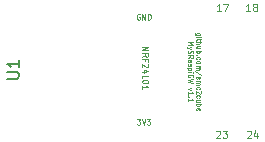
<source format=gto>
G04 #@! TF.FileFunction,Legend,Top*
%FSLAX46Y46*%
G04 Gerber Fmt 4.6, Leading zero omitted, Abs format (unit mm)*
G04 Created by KiCad (PCBNEW 4.0.4-stable) date Monday 13 March 2017 'à' 21:29:09*
%MOMM*%
%LPD*%
G01*
G04 APERTURE LIST*
%ADD10C,0.100000*%
%ADD11C,0.112500*%
%ADD12C,0.125000*%
%ADD13C,0.150000*%
G04 APERTURE END LIST*
D10*
D11*
X54242858Y-44253571D02*
X54521429Y-44253571D01*
X54371429Y-44425000D01*
X54435715Y-44425000D01*
X54478572Y-44446429D01*
X54500001Y-44467857D01*
X54521429Y-44510714D01*
X54521429Y-44617857D01*
X54500001Y-44660714D01*
X54478572Y-44682143D01*
X54435715Y-44703571D01*
X54307143Y-44703571D01*
X54264286Y-44682143D01*
X54242858Y-44660714D01*
X54650000Y-44253571D02*
X54800000Y-44703571D01*
X54950000Y-44253571D01*
X55057143Y-44253571D02*
X55335714Y-44253571D01*
X55185714Y-44425000D01*
X55250000Y-44425000D01*
X55292857Y-44446429D01*
X55314286Y-44467857D01*
X55335714Y-44510714D01*
X55335714Y-44617857D01*
X55314286Y-44660714D01*
X55292857Y-44682143D01*
X55250000Y-44703571D01*
X55121428Y-44703571D01*
X55078571Y-44682143D01*
X55057143Y-44660714D01*
X54457143Y-35375000D02*
X54414286Y-35353571D01*
X54350000Y-35353571D01*
X54285715Y-35375000D01*
X54242857Y-35417857D01*
X54221429Y-35460714D01*
X54200000Y-35546429D01*
X54200000Y-35610714D01*
X54221429Y-35696429D01*
X54242857Y-35739286D01*
X54285715Y-35782143D01*
X54350000Y-35803571D01*
X54392857Y-35803571D01*
X54457143Y-35782143D01*
X54478572Y-35760714D01*
X54478572Y-35610714D01*
X54392857Y-35610714D01*
X54671429Y-35803571D02*
X54671429Y-35353571D01*
X54928572Y-35803571D01*
X54928572Y-35353571D01*
X55142858Y-35803571D02*
X55142858Y-35353571D01*
X55250001Y-35353571D01*
X55314286Y-35375000D01*
X55357144Y-35417857D01*
X55378572Y-35460714D01*
X55400001Y-35546429D01*
X55400001Y-35610714D01*
X55378572Y-35696429D01*
X55357144Y-35739286D01*
X55314286Y-35782143D01*
X55250001Y-35803571D01*
X55142858Y-35803571D01*
D12*
X54673810Y-38138097D02*
X55173810Y-38138097D01*
X54673810Y-38423811D01*
X55173810Y-38423811D01*
X54673810Y-38947621D02*
X54911905Y-38780954D01*
X54673810Y-38661907D02*
X55173810Y-38661907D01*
X55173810Y-38852383D01*
X55150000Y-38900002D01*
X55126190Y-38923811D01*
X55078571Y-38947621D01*
X55007143Y-38947621D01*
X54959524Y-38923811D01*
X54935714Y-38900002D01*
X54911905Y-38852383D01*
X54911905Y-38661907D01*
X54935714Y-39328573D02*
X54935714Y-39161907D01*
X54673810Y-39161907D02*
X55173810Y-39161907D01*
X55173810Y-39400002D01*
X55126190Y-39566668D02*
X55150000Y-39590478D01*
X55173810Y-39638097D01*
X55173810Y-39757144D01*
X55150000Y-39804763D01*
X55126190Y-39828573D01*
X55078571Y-39852382D01*
X55030952Y-39852382D01*
X54959524Y-39828573D01*
X54673810Y-39542859D01*
X54673810Y-39852382D01*
X55007143Y-40280953D02*
X54673810Y-40280953D01*
X55197619Y-40161906D02*
X54840476Y-40042858D01*
X54840476Y-40352382D01*
X54673810Y-40780953D02*
X54673810Y-40542858D01*
X55173810Y-40542858D01*
X55173810Y-41042858D02*
X55173810Y-41090477D01*
X55150000Y-41138096D01*
X55126190Y-41161905D01*
X55078571Y-41185715D01*
X54983333Y-41209524D01*
X54864286Y-41209524D01*
X54769048Y-41185715D01*
X54721429Y-41161905D01*
X54697619Y-41138096D01*
X54673810Y-41090477D01*
X54673810Y-41042858D01*
X54697619Y-40995239D01*
X54721429Y-40971429D01*
X54769048Y-40947620D01*
X54864286Y-40923810D01*
X54983333Y-40923810D01*
X55078571Y-40947620D01*
X55126190Y-40971429D01*
X55150000Y-40995239D01*
X55173810Y-41042858D01*
X54673810Y-41685714D02*
X54673810Y-41400000D01*
X54673810Y-41542857D02*
X55173810Y-41542857D01*
X55102381Y-41495238D01*
X55054762Y-41447619D01*
X55030952Y-41400000D01*
D10*
X59535714Y-37104763D02*
X59211905Y-37104763D01*
X59173810Y-37085715D01*
X59154762Y-37066667D01*
X59135714Y-37028572D01*
X59135714Y-36971429D01*
X59154762Y-36933334D01*
X59288095Y-37104763D02*
X59269048Y-37066667D01*
X59269048Y-36990477D01*
X59288095Y-36952382D01*
X59307143Y-36933334D01*
X59345238Y-36914286D01*
X59459524Y-36914286D01*
X59497619Y-36933334D01*
X59516667Y-36952382D01*
X59535714Y-36990477D01*
X59535714Y-37066667D01*
X59516667Y-37104763D01*
X59269048Y-37295239D02*
X59535714Y-37295239D01*
X59669048Y-37295239D02*
X59650000Y-37276191D01*
X59630952Y-37295239D01*
X59650000Y-37314287D01*
X59669048Y-37295239D01*
X59630952Y-37295239D01*
X59535714Y-37428572D02*
X59535714Y-37580953D01*
X59669048Y-37485715D02*
X59326190Y-37485715D01*
X59288095Y-37504763D01*
X59269048Y-37542858D01*
X59269048Y-37580953D01*
X59269048Y-37714286D02*
X59669048Y-37714286D01*
X59269048Y-37885715D02*
X59478571Y-37885715D01*
X59516667Y-37866667D01*
X59535714Y-37828572D01*
X59535714Y-37771429D01*
X59516667Y-37733334D01*
X59497619Y-37714286D01*
X59535714Y-38247620D02*
X59269048Y-38247620D01*
X59535714Y-38076191D02*
X59326190Y-38076191D01*
X59288095Y-38095239D01*
X59269048Y-38133334D01*
X59269048Y-38190477D01*
X59288095Y-38228572D01*
X59307143Y-38247620D01*
X59269048Y-38438096D02*
X59669048Y-38438096D01*
X59516667Y-38438096D02*
X59535714Y-38476191D01*
X59535714Y-38552382D01*
X59516667Y-38590477D01*
X59497619Y-38609525D01*
X59459524Y-38628572D01*
X59345238Y-38628572D01*
X59307143Y-38609525D01*
X59288095Y-38590477D01*
X59269048Y-38552382D01*
X59269048Y-38476191D01*
X59288095Y-38438096D01*
X59307143Y-38800001D02*
X59288095Y-38819049D01*
X59269048Y-38800001D01*
X59288095Y-38780953D01*
X59307143Y-38800001D01*
X59269048Y-38800001D01*
X59288095Y-39161906D02*
X59269048Y-39123810D01*
X59269048Y-39047620D01*
X59288095Y-39009525D01*
X59307143Y-38990477D01*
X59345238Y-38971429D01*
X59459524Y-38971429D01*
X59497619Y-38990477D01*
X59516667Y-39009525D01*
X59535714Y-39047620D01*
X59535714Y-39123810D01*
X59516667Y-39161906D01*
X59269048Y-39390477D02*
X59288095Y-39352382D01*
X59307143Y-39333334D01*
X59345238Y-39314286D01*
X59459524Y-39314286D01*
X59497619Y-39333334D01*
X59516667Y-39352382D01*
X59535714Y-39390477D01*
X59535714Y-39447620D01*
X59516667Y-39485715D01*
X59497619Y-39504763D01*
X59459524Y-39523810D01*
X59345238Y-39523810D01*
X59307143Y-39504763D01*
X59288095Y-39485715D01*
X59269048Y-39447620D01*
X59269048Y-39390477D01*
X59269048Y-39695239D02*
X59535714Y-39695239D01*
X59497619Y-39695239D02*
X59516667Y-39714287D01*
X59535714Y-39752382D01*
X59535714Y-39809525D01*
X59516667Y-39847620D01*
X59478571Y-39866668D01*
X59269048Y-39866668D01*
X59478571Y-39866668D02*
X59516667Y-39885715D01*
X59535714Y-39923811D01*
X59535714Y-39980953D01*
X59516667Y-40019049D01*
X59478571Y-40038096D01*
X59269048Y-40038096D01*
X59688095Y-40514286D02*
X59173810Y-40171429D01*
X59288095Y-40800001D02*
X59269048Y-40761906D01*
X59269048Y-40685715D01*
X59288095Y-40647620D01*
X59326190Y-40628572D01*
X59478571Y-40628572D01*
X59516667Y-40647620D01*
X59535714Y-40685715D01*
X59535714Y-40761906D01*
X59516667Y-40800001D01*
X59478571Y-40819049D01*
X59440476Y-40819049D01*
X59402381Y-40628572D01*
X59269048Y-40990477D02*
X59535714Y-40990477D01*
X59497619Y-40990477D02*
X59516667Y-41009525D01*
X59535714Y-41047620D01*
X59535714Y-41104763D01*
X59516667Y-41142858D01*
X59478571Y-41161906D01*
X59269048Y-41161906D01*
X59478571Y-41161906D02*
X59516667Y-41180953D01*
X59535714Y-41219049D01*
X59535714Y-41276191D01*
X59516667Y-41314287D01*
X59478571Y-41333334D01*
X59269048Y-41333334D01*
X59288095Y-41695239D02*
X59269048Y-41657143D01*
X59269048Y-41580953D01*
X59288095Y-41542858D01*
X59307143Y-41523810D01*
X59345238Y-41504762D01*
X59459524Y-41504762D01*
X59497619Y-41523810D01*
X59516667Y-41542858D01*
X59535714Y-41580953D01*
X59535714Y-41657143D01*
X59516667Y-41695239D01*
X59630952Y-41847619D02*
X59650000Y-41866667D01*
X59669048Y-41904762D01*
X59669048Y-42000000D01*
X59650000Y-42038096D01*
X59630952Y-42057143D01*
X59592857Y-42076191D01*
X59554762Y-42076191D01*
X59497619Y-42057143D01*
X59269048Y-41828572D01*
X59269048Y-42076191D01*
X59288095Y-42419048D02*
X59269048Y-42380952D01*
X59269048Y-42304762D01*
X59288095Y-42266667D01*
X59307143Y-42247619D01*
X59345238Y-42228571D01*
X59459524Y-42228571D01*
X59497619Y-42247619D01*
X59516667Y-42266667D01*
X59535714Y-42304762D01*
X59535714Y-42380952D01*
X59516667Y-42419048D01*
X59535714Y-42761905D02*
X59269048Y-42761905D01*
X59535714Y-42590476D02*
X59326190Y-42590476D01*
X59288095Y-42609524D01*
X59269048Y-42647619D01*
X59269048Y-42704762D01*
X59288095Y-42742857D01*
X59307143Y-42761905D01*
X59269048Y-42952381D02*
X59669048Y-42952381D01*
X59516667Y-42952381D02*
X59535714Y-42990476D01*
X59535714Y-43066667D01*
X59516667Y-43104762D01*
X59497619Y-43123810D01*
X59459524Y-43142857D01*
X59345238Y-43142857D01*
X59307143Y-43123810D01*
X59288095Y-43104762D01*
X59269048Y-43066667D01*
X59269048Y-42990476D01*
X59288095Y-42952381D01*
X59288095Y-43466667D02*
X59269048Y-43428572D01*
X59269048Y-43352381D01*
X59288095Y-43314286D01*
X59326190Y-43295238D01*
X59478571Y-43295238D01*
X59516667Y-43314286D01*
X59535714Y-43352381D01*
X59535714Y-43428572D01*
X59516667Y-43466667D01*
X59478571Y-43485715D01*
X59440476Y-43485715D01*
X59402381Y-43295238D01*
X58569048Y-37695238D02*
X58969048Y-37695238D01*
X58683333Y-37828571D01*
X58969048Y-37961905D01*
X58569048Y-37961905D01*
X58835714Y-38114286D02*
X58569048Y-38209524D01*
X58835714Y-38304762D02*
X58569048Y-38209524D01*
X58473810Y-38171429D01*
X58454762Y-38152381D01*
X58435714Y-38114286D01*
X58588095Y-38438095D02*
X58569048Y-38495238D01*
X58569048Y-38590476D01*
X58588095Y-38628572D01*
X58607143Y-38647619D01*
X58645238Y-38666667D01*
X58683333Y-38666667D01*
X58721429Y-38647619D01*
X58740476Y-38628572D01*
X58759524Y-38590476D01*
X58778571Y-38514286D01*
X58797619Y-38476191D01*
X58816667Y-38457143D01*
X58854762Y-38438095D01*
X58892857Y-38438095D01*
X58930952Y-38457143D01*
X58950000Y-38476191D01*
X58969048Y-38514286D01*
X58969048Y-38609524D01*
X58950000Y-38666667D01*
X58569048Y-39066667D02*
X58759524Y-38933333D01*
X58569048Y-38838095D02*
X58969048Y-38838095D01*
X58969048Y-38990476D01*
X58950000Y-39028571D01*
X58930952Y-39047619D01*
X58892857Y-39066667D01*
X58835714Y-39066667D01*
X58797619Y-39047619D01*
X58778571Y-39028571D01*
X58759524Y-38990476D01*
X58759524Y-38838095D01*
X58569048Y-39409524D02*
X58778571Y-39409524D01*
X58816667Y-39390476D01*
X58835714Y-39352381D01*
X58835714Y-39276190D01*
X58816667Y-39238095D01*
X58588095Y-39409524D02*
X58569048Y-39371428D01*
X58569048Y-39276190D01*
X58588095Y-39238095D01*
X58626190Y-39219047D01*
X58664286Y-39219047D01*
X58702381Y-39238095D01*
X58721429Y-39276190D01*
X58721429Y-39371428D01*
X58740476Y-39409524D01*
X58588095Y-39580952D02*
X58569048Y-39619048D01*
X58569048Y-39695238D01*
X58588095Y-39733333D01*
X58626190Y-39752381D01*
X58645238Y-39752381D01*
X58683333Y-39733333D01*
X58702381Y-39695238D01*
X58702381Y-39638095D01*
X58721429Y-39600000D01*
X58759524Y-39580952D01*
X58778571Y-39580952D01*
X58816667Y-39600000D01*
X58835714Y-39638095D01*
X58835714Y-39695238D01*
X58816667Y-39733333D01*
X58835714Y-39923810D02*
X58435714Y-39923810D01*
X58816667Y-39923810D02*
X58835714Y-39961905D01*
X58835714Y-40038096D01*
X58816667Y-40076191D01*
X58797619Y-40095239D01*
X58759524Y-40114286D01*
X58645238Y-40114286D01*
X58607143Y-40095239D01*
X58588095Y-40076191D01*
X58569048Y-40038096D01*
X58569048Y-39961905D01*
X58588095Y-39923810D01*
X58569048Y-40285715D02*
X58835714Y-40285715D01*
X58969048Y-40285715D02*
X58950000Y-40266667D01*
X58930952Y-40285715D01*
X58950000Y-40304763D01*
X58969048Y-40285715D01*
X58930952Y-40285715D01*
X58950000Y-40685715D02*
X58969048Y-40647620D01*
X58969048Y-40590477D01*
X58950000Y-40533334D01*
X58911905Y-40495239D01*
X58873810Y-40476191D01*
X58797619Y-40457143D01*
X58740476Y-40457143D01*
X58664286Y-40476191D01*
X58626190Y-40495239D01*
X58588095Y-40533334D01*
X58569048Y-40590477D01*
X58569048Y-40628572D01*
X58588095Y-40685715D01*
X58607143Y-40704763D01*
X58740476Y-40704763D01*
X58740476Y-40628572D01*
X58969048Y-40838096D02*
X58569048Y-40933334D01*
X58854762Y-41009524D01*
X58569048Y-41085715D01*
X58969048Y-41180953D01*
X58835714Y-41600001D02*
X58569048Y-41695239D01*
X58835714Y-41790477D01*
X58569048Y-42152382D02*
X58569048Y-41923810D01*
X58569048Y-42038096D02*
X58969048Y-42038096D01*
X58911905Y-42000001D01*
X58873810Y-41961906D01*
X58854762Y-41923810D01*
X58607143Y-42323810D02*
X58588095Y-42342858D01*
X58569048Y-42323810D01*
X58588095Y-42304762D01*
X58607143Y-42323810D01*
X58569048Y-42323810D01*
X58569048Y-42723810D02*
X58569048Y-42495238D01*
X58569048Y-42609524D02*
X58969048Y-42609524D01*
X58911905Y-42571429D01*
X58873810Y-42533334D01*
X58854762Y-42495238D01*
D12*
X63835714Y-35071429D02*
X63492857Y-35071429D01*
X63664285Y-35071429D02*
X63664285Y-34471429D01*
X63607142Y-34557143D01*
X63550000Y-34614286D01*
X63492857Y-34642857D01*
X64178571Y-34728571D02*
X64121429Y-34700000D01*
X64092857Y-34671429D01*
X64064286Y-34614286D01*
X64064286Y-34585714D01*
X64092857Y-34528571D01*
X64121429Y-34500000D01*
X64178571Y-34471429D01*
X64292857Y-34471429D01*
X64350000Y-34500000D01*
X64378571Y-34528571D01*
X64407143Y-34585714D01*
X64407143Y-34614286D01*
X64378571Y-34671429D01*
X64350000Y-34700000D01*
X64292857Y-34728571D01*
X64178571Y-34728571D01*
X64121429Y-34757143D01*
X64092857Y-34785714D01*
X64064286Y-34842857D01*
X64064286Y-34957143D01*
X64092857Y-35014286D01*
X64121429Y-35042857D01*
X64178571Y-35071429D01*
X64292857Y-35071429D01*
X64350000Y-35042857D01*
X64378571Y-35014286D01*
X64407143Y-34957143D01*
X64407143Y-34842857D01*
X64378571Y-34785714D01*
X64350000Y-34757143D01*
X64292857Y-34728571D01*
X61335714Y-35071429D02*
X60992857Y-35071429D01*
X61164285Y-35071429D02*
X61164285Y-34471429D01*
X61107142Y-34557143D01*
X61050000Y-34614286D01*
X60992857Y-34642857D01*
X61535714Y-34471429D02*
X61935714Y-34471429D01*
X61678571Y-35071429D01*
X60942857Y-45278571D02*
X60971428Y-45250000D01*
X61028571Y-45221429D01*
X61171428Y-45221429D01*
X61228571Y-45250000D01*
X61257142Y-45278571D01*
X61285714Y-45335714D01*
X61285714Y-45392857D01*
X61257142Y-45478571D01*
X60914285Y-45821429D01*
X61285714Y-45821429D01*
X61485714Y-45221429D02*
X61857143Y-45221429D01*
X61657143Y-45450000D01*
X61742857Y-45450000D01*
X61800000Y-45478571D01*
X61828571Y-45507143D01*
X61857143Y-45564286D01*
X61857143Y-45707143D01*
X61828571Y-45764286D01*
X61800000Y-45792857D01*
X61742857Y-45821429D01*
X61571429Y-45821429D01*
X61514286Y-45792857D01*
X61485714Y-45764286D01*
X63542857Y-45278571D02*
X63571428Y-45250000D01*
X63628571Y-45221429D01*
X63771428Y-45221429D01*
X63828571Y-45250000D01*
X63857142Y-45278571D01*
X63885714Y-45335714D01*
X63885714Y-45392857D01*
X63857142Y-45478571D01*
X63514285Y-45821429D01*
X63885714Y-45821429D01*
X64400000Y-45421429D02*
X64400000Y-45821429D01*
X64257143Y-45192857D02*
X64114286Y-45621429D01*
X64485714Y-45621429D01*
D13*
X43242381Y-40811905D02*
X44051905Y-40811905D01*
X44147143Y-40764286D01*
X44194762Y-40716667D01*
X44242381Y-40621429D01*
X44242381Y-40430952D01*
X44194762Y-40335714D01*
X44147143Y-40288095D01*
X44051905Y-40240476D01*
X43242381Y-40240476D01*
X44242381Y-39240476D02*
X44242381Y-39811905D01*
X44242381Y-39526191D02*
X43242381Y-39526191D01*
X43385238Y-39621429D01*
X43480476Y-39716667D01*
X43528095Y-39811905D01*
M02*

</source>
